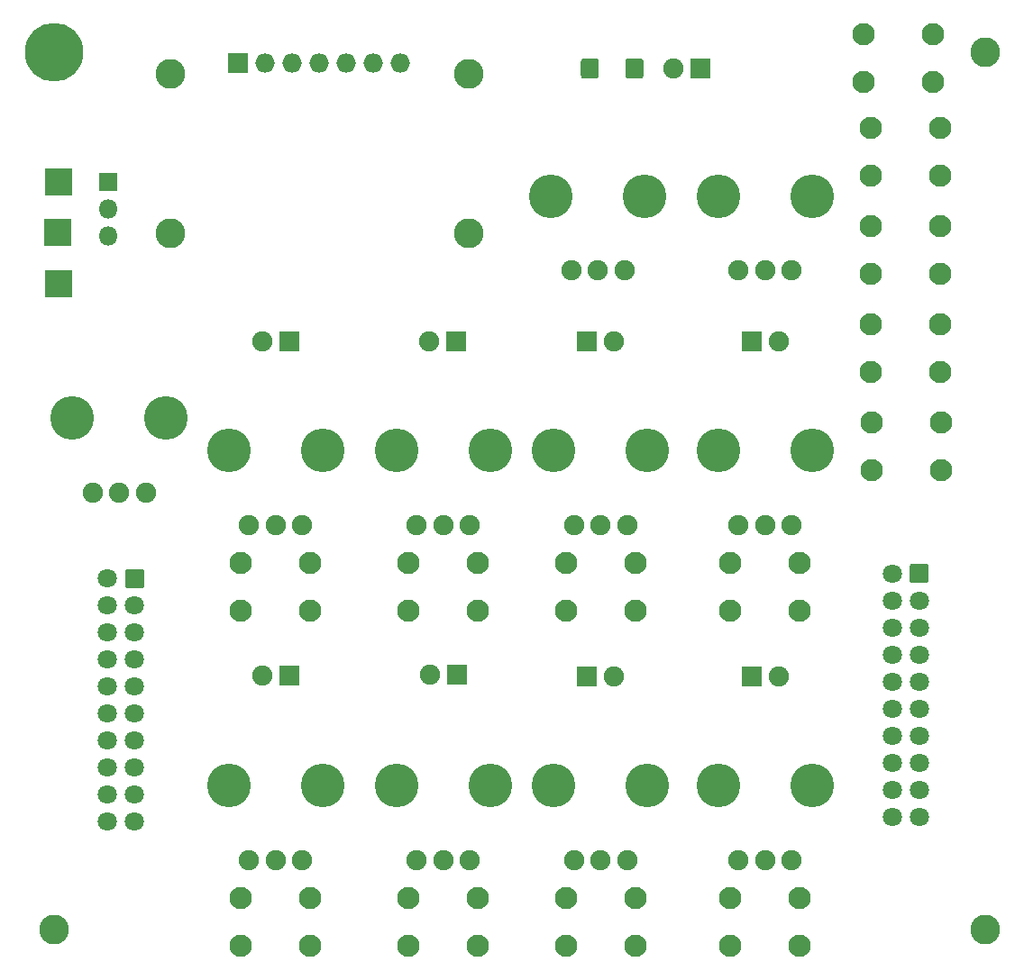
<source format=gbr>
%TF.GenerationSoftware,KiCad,Pcbnew,5.1.5+dfsg1-2build2*%
%TF.CreationDate,2020-08-29T23:52:12+02:00*%
%TF.ProjectId,sequencer-pcb,73657175-656e-4636-9572-2d7063622e6b,rev?*%
%TF.SameCoordinates,Original*%
%TF.FileFunction,Soldermask,Top*%
%TF.FilePolarity,Negative*%
%FSLAX46Y46*%
G04 Gerber Fmt 4.6, Leading zero omitted, Abs format (unit mm)*
G04 Created by KiCad (PCBNEW 5.1.5+dfsg1-2build2) date 2020-08-29 23:52:12*
%MOMM*%
%LPD*%
G04 APERTURE LIST*
%ADD10R,2.600000X2.600000*%
%ADD11O,1.800000X1.800000*%
%ADD12R,1.800000X1.800000*%
%ADD13C,1.900000*%
%ADD14C,4.100000*%
%ADD15C,1.800000*%
%ADD16C,0.100000*%
%ADD17C,2.800000*%
%ADD18O,1.827200X1.827200*%
%ADD19R,1.827200X1.827200*%
%ADD20C,2.100000*%
%ADD21C,5.500000*%
%ADD22R,1.900000X1.900000*%
G04 APERTURE END LIST*
D10*
%TO.C,+5V*%
X100950000Y-75250000D03*
%TD*%
%TO.C,GND*%
X100900000Y-70475000D03*
%TD*%
%TO.C,+3V3*%
X100950000Y-65700000D03*
%TD*%
D11*
%TO.C,PWR*%
X105600000Y-70830000D03*
X105600000Y-68290000D03*
D12*
X105600000Y-65750000D03*
%TD*%
D13*
%TO.C,RV1*%
X118838000Y-97930000D03*
X121338000Y-97930000D03*
X123838000Y-97930000D03*
D14*
X116938000Y-90930000D03*
X125738000Y-90930000D03*
%TD*%
D15*
%TO.C,J2*%
X105560000Y-125860000D03*
X105560000Y-123320000D03*
X105560000Y-120780000D03*
X105560000Y-118240000D03*
X105560000Y-115700000D03*
X105560000Y-113160000D03*
X105560000Y-110620000D03*
X105560000Y-108080000D03*
X105560000Y-105540000D03*
X105560000Y-103000000D03*
X108100000Y-125860000D03*
X108100000Y-123320000D03*
X108100000Y-120780000D03*
X108100000Y-118240000D03*
X108100000Y-115700000D03*
X108100000Y-113160000D03*
X108100000Y-110620000D03*
X108100000Y-108080000D03*
X108100000Y-105540000D03*
D16*
G36*
X108761240Y-102101275D02*
G01*
X108786936Y-102105086D01*
X108812134Y-102111398D01*
X108836593Y-102120150D01*
X108860076Y-102131256D01*
X108882357Y-102144611D01*
X108903222Y-102160085D01*
X108922469Y-102177531D01*
X108939915Y-102196778D01*
X108955389Y-102217643D01*
X108968744Y-102239924D01*
X108979850Y-102263407D01*
X108988602Y-102287866D01*
X108994914Y-102313064D01*
X108998725Y-102338760D01*
X109000000Y-102364706D01*
X109000000Y-103635294D01*
X108998725Y-103661240D01*
X108994914Y-103686936D01*
X108988602Y-103712134D01*
X108979850Y-103736593D01*
X108968744Y-103760076D01*
X108955389Y-103782357D01*
X108939915Y-103803222D01*
X108922469Y-103822469D01*
X108903222Y-103839915D01*
X108882357Y-103855389D01*
X108860076Y-103868744D01*
X108836593Y-103879850D01*
X108812134Y-103888602D01*
X108786936Y-103894914D01*
X108761240Y-103898725D01*
X108735294Y-103900000D01*
X107464706Y-103900000D01*
X107438760Y-103898725D01*
X107413064Y-103894914D01*
X107387866Y-103888602D01*
X107363407Y-103879850D01*
X107339924Y-103868744D01*
X107317643Y-103855389D01*
X107296778Y-103839915D01*
X107277531Y-103822469D01*
X107260085Y-103803222D01*
X107244611Y-103782357D01*
X107231256Y-103760076D01*
X107220150Y-103736593D01*
X107211398Y-103712134D01*
X107205086Y-103686936D01*
X107201275Y-103661240D01*
X107200000Y-103635294D01*
X107200000Y-102364706D01*
X107201275Y-102338760D01*
X107205086Y-102313064D01*
X107211398Y-102287866D01*
X107220150Y-102263407D01*
X107231256Y-102239924D01*
X107244611Y-102217643D01*
X107260085Y-102196778D01*
X107277531Y-102177531D01*
X107296778Y-102160085D01*
X107317643Y-102144611D01*
X107339924Y-102131256D01*
X107363407Y-102120150D01*
X107387866Y-102111398D01*
X107413064Y-102105086D01*
X107438760Y-102101275D01*
X107464706Y-102100000D01*
X108735294Y-102100000D01*
X108761240Y-102101275D01*
G37*
%TD*%
%TO.C,J1*%
G36*
X182457240Y-101603275D02*
G01*
X182482936Y-101607086D01*
X182508134Y-101613398D01*
X182532593Y-101622150D01*
X182556076Y-101633256D01*
X182578357Y-101646611D01*
X182599222Y-101662085D01*
X182618469Y-101679531D01*
X182635915Y-101698778D01*
X182651389Y-101719643D01*
X182664744Y-101741924D01*
X182675850Y-101765407D01*
X182684602Y-101789866D01*
X182690914Y-101815064D01*
X182694725Y-101840760D01*
X182696000Y-101866706D01*
X182696000Y-103137294D01*
X182694725Y-103163240D01*
X182690914Y-103188936D01*
X182684602Y-103214134D01*
X182675850Y-103238593D01*
X182664744Y-103262076D01*
X182651389Y-103284357D01*
X182635915Y-103305222D01*
X182618469Y-103324469D01*
X182599222Y-103341915D01*
X182578357Y-103357389D01*
X182556076Y-103370744D01*
X182532593Y-103381850D01*
X182508134Y-103390602D01*
X182482936Y-103396914D01*
X182457240Y-103400725D01*
X182431294Y-103402000D01*
X181160706Y-103402000D01*
X181134760Y-103400725D01*
X181109064Y-103396914D01*
X181083866Y-103390602D01*
X181059407Y-103381850D01*
X181035924Y-103370744D01*
X181013643Y-103357389D01*
X180992778Y-103341915D01*
X180973531Y-103324469D01*
X180956085Y-103305222D01*
X180940611Y-103284357D01*
X180927256Y-103262076D01*
X180916150Y-103238593D01*
X180907398Y-103214134D01*
X180901086Y-103188936D01*
X180897275Y-103163240D01*
X180896000Y-103137294D01*
X180896000Y-101866706D01*
X180897275Y-101840760D01*
X180901086Y-101815064D01*
X180907398Y-101789866D01*
X180916150Y-101765407D01*
X180927256Y-101741924D01*
X180940611Y-101719643D01*
X180956085Y-101698778D01*
X180973531Y-101679531D01*
X180992778Y-101662085D01*
X181013643Y-101646611D01*
X181035924Y-101633256D01*
X181059407Y-101622150D01*
X181083866Y-101613398D01*
X181109064Y-101607086D01*
X181134760Y-101603275D01*
X181160706Y-101602000D01*
X182431294Y-101602000D01*
X182457240Y-101603275D01*
G37*
D15*
X181796000Y-105042000D03*
X181796000Y-107582000D03*
X181796000Y-110122000D03*
X181796000Y-112662000D03*
X181796000Y-115202000D03*
X181796000Y-117742000D03*
X181796000Y-120282000D03*
X181796000Y-122822000D03*
X181796000Y-125362000D03*
X179256000Y-102502000D03*
X179256000Y-105042000D03*
X179256000Y-107582000D03*
X179256000Y-110122000D03*
X179256000Y-112662000D03*
X179256000Y-115202000D03*
X179256000Y-117742000D03*
X179256000Y-120282000D03*
X179256000Y-122822000D03*
X179256000Y-125362000D03*
%TD*%
D17*
%TO.C,OLED Display*%
X139450000Y-70550000D03*
X139450000Y-55550000D03*
X111450000Y-70550000D03*
X111450000Y-55550000D03*
D18*
X133090000Y-54550000D03*
X128010000Y-54550000D03*
X130550000Y-54550000D03*
D19*
X117850000Y-54550000D03*
D18*
X125470000Y-54550000D03*
X120390000Y-54550000D03*
X122930000Y-54550000D03*
%TD*%
D13*
%TO.C,SP3*%
X104150000Y-94900000D03*
X106650000Y-94900000D03*
X109150000Y-94900000D03*
D14*
X102250000Y-87900000D03*
X111050000Y-87900000D03*
%TD*%
%TO.C,SP2*%
X171723000Y-67026000D03*
X162923000Y-67026000D03*
D13*
X169823000Y-74026000D03*
X167323000Y-74026000D03*
X164823000Y-74026000D03*
%TD*%
%TO.C,SP1*%
X149110000Y-74026000D03*
X151610000Y-74026000D03*
X154110000Y-74026000D03*
D14*
X147210000Y-67026000D03*
X156010000Y-67026000D03*
%TD*%
%TO.C,RV8*%
X171723000Y-122426000D03*
X162923000Y-122426000D03*
D13*
X169823000Y-129426000D03*
X167323000Y-129426000D03*
X164823000Y-129426000D03*
%TD*%
%TO.C,RV7*%
X149364000Y-129426000D03*
X151864000Y-129426000D03*
X154364000Y-129426000D03*
D14*
X147464000Y-122426000D03*
X156264000Y-122426000D03*
%TD*%
D13*
%TO.C,RV6*%
X134597000Y-129426000D03*
X137097000Y-129426000D03*
X139597000Y-129426000D03*
D14*
X132697000Y-122426000D03*
X141497000Y-122426000D03*
%TD*%
D13*
%TO.C,RV5*%
X118838000Y-129426000D03*
X121338000Y-129426000D03*
X123838000Y-129426000D03*
D14*
X116938000Y-122426000D03*
X125738000Y-122426000D03*
%TD*%
%TO.C,RV4*%
X171723000Y-90930000D03*
X162923000Y-90930000D03*
D13*
X169823000Y-97930000D03*
X167323000Y-97930000D03*
X164823000Y-97930000D03*
%TD*%
%TO.C,RV3*%
X149364000Y-97930000D03*
X151864000Y-97930000D03*
X154364000Y-97930000D03*
D14*
X147464000Y-90930000D03*
X156264000Y-90930000D03*
%TD*%
D13*
%TO.C,RV2*%
X134597000Y-97930000D03*
X137097000Y-97930000D03*
X139597000Y-97930000D03*
D14*
X132697000Y-90930000D03*
X141497000Y-90930000D03*
%TD*%
D20*
%TO.C,SSW5*%
X183073000Y-51800000D03*
X183073000Y-56300000D03*
X176573000Y-51800000D03*
X176573000Y-56300000D03*
%TD*%
%TO.C,SSW1*%
X183828000Y-88278000D03*
X183828000Y-92778000D03*
X177328000Y-88278000D03*
X177328000Y-92778000D03*
%TD*%
%TO.C,SSW3*%
X183724000Y-69820666D03*
X183724000Y-74320666D03*
X177224000Y-69820666D03*
X177224000Y-74320666D03*
%TD*%
%TO.C,SSW2*%
X183724000Y-79049332D03*
X183724000Y-83549332D03*
X177224000Y-79049332D03*
X177224000Y-83549332D03*
%TD*%
%TO.C,SSW4*%
X183724000Y-60592000D03*
X183724000Y-65092000D03*
X177224000Y-60592000D03*
X177224000Y-65092000D03*
%TD*%
%TO.C,SW8*%
X164073000Y-137482000D03*
X164073000Y-132982000D03*
X170573000Y-137482000D03*
X170573000Y-132982000D03*
%TD*%
%TO.C,SW7*%
X155114000Y-132982000D03*
X155114000Y-137482000D03*
X148614000Y-132982000D03*
X148614000Y-137482000D03*
%TD*%
%TO.C,SW6*%
X140347000Y-132982000D03*
X140347000Y-137482000D03*
X133847000Y-132982000D03*
X133847000Y-137482000D03*
%TD*%
%TO.C,SW5*%
X124588000Y-132982000D03*
X124588000Y-137482000D03*
X118088000Y-132982000D03*
X118088000Y-137482000D03*
%TD*%
%TO.C,SW4*%
X164073000Y-105986000D03*
X164073000Y-101486000D03*
X170573000Y-105986000D03*
X170573000Y-101486000D03*
%TD*%
%TO.C,SW3*%
X155114000Y-101486000D03*
X155114000Y-105986000D03*
X148614000Y-101486000D03*
X148614000Y-105986000D03*
%TD*%
%TO.C,SW2*%
X140347000Y-101486000D03*
X140347000Y-105986000D03*
X133847000Y-101486000D03*
X133847000Y-105986000D03*
%TD*%
%TO.C,SW1*%
X124588000Y-101486000D03*
X124588000Y-105986000D03*
X118088000Y-101486000D03*
X118088000Y-105986000D03*
%TD*%
D16*
%TO.C,R9*%
G36*
X151460188Y-54101280D02*
G01*
X151485997Y-54105109D01*
X151511307Y-54111448D01*
X151535873Y-54120238D01*
X151559459Y-54131394D01*
X151581839Y-54144808D01*
X151602795Y-54160350D01*
X151622128Y-54177872D01*
X151639650Y-54197205D01*
X151655192Y-54218161D01*
X151668606Y-54240541D01*
X151679762Y-54264127D01*
X151688552Y-54288693D01*
X151694891Y-54314003D01*
X151698720Y-54339812D01*
X151700000Y-54365872D01*
X151700000Y-55734128D01*
X151698720Y-55760188D01*
X151694891Y-55785997D01*
X151688552Y-55811307D01*
X151679762Y-55835873D01*
X151668606Y-55859459D01*
X151655192Y-55881839D01*
X151639650Y-55902795D01*
X151622128Y-55922128D01*
X151602795Y-55939650D01*
X151581839Y-55955192D01*
X151559459Y-55968606D01*
X151535873Y-55979762D01*
X151511307Y-55988552D01*
X151485997Y-55994891D01*
X151460188Y-55998720D01*
X151434128Y-56000000D01*
X150290872Y-56000000D01*
X150264812Y-55998720D01*
X150239003Y-55994891D01*
X150213693Y-55988552D01*
X150189127Y-55979762D01*
X150165541Y-55968606D01*
X150143161Y-55955192D01*
X150122205Y-55939650D01*
X150102872Y-55922128D01*
X150085350Y-55902795D01*
X150069808Y-55881839D01*
X150056394Y-55859459D01*
X150045238Y-55835873D01*
X150036448Y-55811307D01*
X150030109Y-55785997D01*
X150026280Y-55760188D01*
X150025000Y-55734128D01*
X150025000Y-54365872D01*
X150026280Y-54339812D01*
X150030109Y-54314003D01*
X150036448Y-54288693D01*
X150045238Y-54264127D01*
X150056394Y-54240541D01*
X150069808Y-54218161D01*
X150085350Y-54197205D01*
X150102872Y-54177872D01*
X150122205Y-54160350D01*
X150143161Y-54144808D01*
X150165541Y-54131394D01*
X150189127Y-54120238D01*
X150213693Y-54111448D01*
X150239003Y-54105109D01*
X150264812Y-54101280D01*
X150290872Y-54100000D01*
X151434128Y-54100000D01*
X151460188Y-54101280D01*
G37*
G36*
X155635188Y-54101280D02*
G01*
X155660997Y-54105109D01*
X155686307Y-54111448D01*
X155710873Y-54120238D01*
X155734459Y-54131394D01*
X155756839Y-54144808D01*
X155777795Y-54160350D01*
X155797128Y-54177872D01*
X155814650Y-54197205D01*
X155830192Y-54218161D01*
X155843606Y-54240541D01*
X155854762Y-54264127D01*
X155863552Y-54288693D01*
X155869891Y-54314003D01*
X155873720Y-54339812D01*
X155875000Y-54365872D01*
X155875000Y-55734128D01*
X155873720Y-55760188D01*
X155869891Y-55785997D01*
X155863552Y-55811307D01*
X155854762Y-55835873D01*
X155843606Y-55859459D01*
X155830192Y-55881839D01*
X155814650Y-55902795D01*
X155797128Y-55922128D01*
X155777795Y-55939650D01*
X155756839Y-55955192D01*
X155734459Y-55968606D01*
X155710873Y-55979762D01*
X155686307Y-55988552D01*
X155660997Y-55994891D01*
X155635188Y-55998720D01*
X155609128Y-56000000D01*
X154465872Y-56000000D01*
X154439812Y-55998720D01*
X154414003Y-55994891D01*
X154388693Y-55988552D01*
X154364127Y-55979762D01*
X154340541Y-55968606D01*
X154318161Y-55955192D01*
X154297205Y-55939650D01*
X154277872Y-55922128D01*
X154260350Y-55902795D01*
X154244808Y-55881839D01*
X154231394Y-55859459D01*
X154220238Y-55835873D01*
X154211448Y-55811307D01*
X154205109Y-55785997D01*
X154201280Y-55760188D01*
X154200000Y-55734128D01*
X154200000Y-54365872D01*
X154201280Y-54339812D01*
X154205109Y-54314003D01*
X154211448Y-54288693D01*
X154220238Y-54264127D01*
X154231394Y-54240541D01*
X154244808Y-54218161D01*
X154260350Y-54197205D01*
X154277872Y-54177872D01*
X154297205Y-54160350D01*
X154318161Y-54144808D01*
X154340541Y-54131394D01*
X154364127Y-54120238D01*
X154388693Y-54111448D01*
X154414003Y-54105109D01*
X154439812Y-54101280D01*
X154465872Y-54100000D01*
X155609128Y-54100000D01*
X155635188Y-54101280D01*
G37*
%TD*%
D21*
%TO.C,GND*%
X100500000Y-53500000D03*
%TD*%
D17*
%TO.C,H3*%
X188000000Y-53500000D03*
%TD*%
%TO.C,H2*%
X188000000Y-136000000D03*
%TD*%
%TO.C,H1*%
X100500000Y-136000000D03*
%TD*%
D13*
%TO.C,D9*%
X158710000Y-55050000D03*
D22*
X161250000Y-55050000D03*
%TD*%
D13*
%TO.C,D8*%
X168588000Y-112154000D03*
D22*
X166048000Y-112154000D03*
%TD*%
%TO.C,D7*%
X150589000Y-112154000D03*
D13*
X153129000Y-112154000D03*
%TD*%
D22*
%TO.C,D6*%
X138372000Y-112000000D03*
D13*
X135832000Y-112000000D03*
%TD*%
D22*
%TO.C,D5*%
X122613000Y-112100000D03*
D13*
X120073000Y-112100000D03*
%TD*%
%TO.C,D4*%
X168588000Y-80658000D03*
D22*
X166048000Y-80658000D03*
%TD*%
%TO.C,D3*%
X150589000Y-80658000D03*
D13*
X153129000Y-80658000D03*
%TD*%
D22*
%TO.C,D2*%
X138300000Y-80700000D03*
D13*
X135760000Y-80700000D03*
%TD*%
D22*
%TO.C,D1*%
X122613000Y-80658000D03*
D13*
X120073000Y-80658000D03*
%TD*%
M02*

</source>
